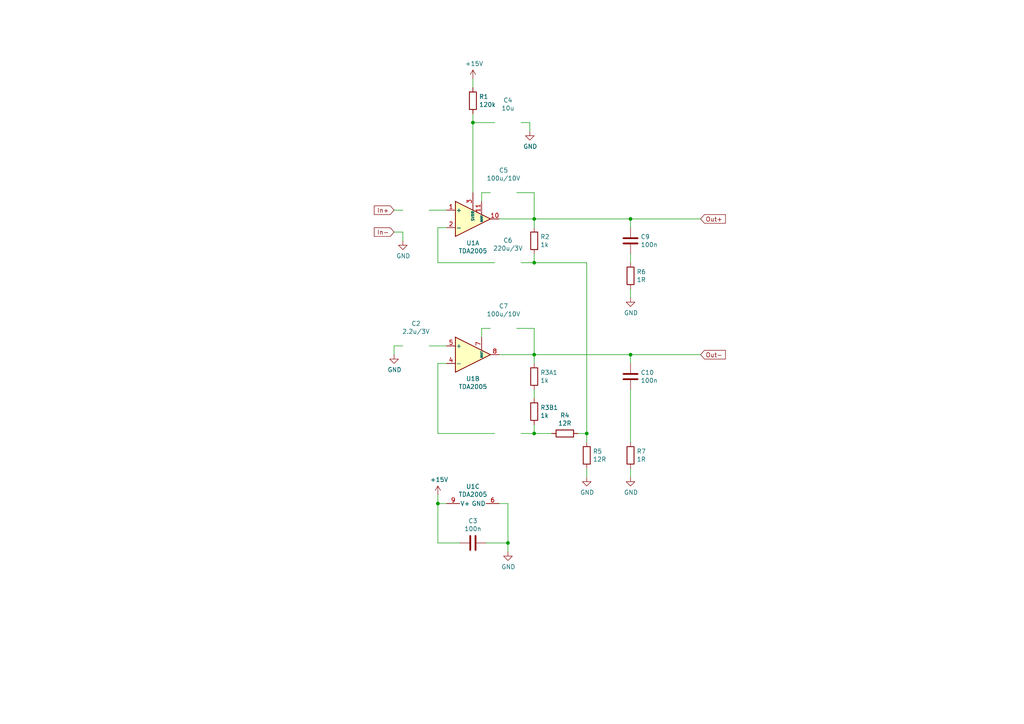
<source format=kicad_sch>
(kicad_sch (version 20211123) (generator eeschema)
  (paper "A4")
  (lib_symbols
    (symbol "Amplifier_Audio:TDA2005" (pin_names (offset 0.127))
      (property "Reference" "U" (at 7.62 6.35 0))
      (property "Value" "TDA2005" (at 7.62 3.81 0))
      (symbol "TDA2005_1_1"
        (polyline (pts (xy -5.08 5.08) (xy 5.08 0) (xy -5.08 -5.08) (xy -5.08 5.08)) (stroke (width 0.254)) (fill (type background)))
        (pin input line (at -7.62 2.54 0) (length 2.54) (name "+") (number "1"))
        (pin output line (at 7.62 0 180) (length 2.54) (name "~") (number "10"))
        (pin passive line (at 2.54 5.08 270) (length 3.81) (name "BOOT") (number "11"))
        (pin input line (at -7.62 -2.54 0) (length 2.54) (name "-") (number "2"))
        (pin passive line (at 0 7.62 270) (length 5.08) (name "SVRR") (number "3"))
      )
      (symbol "TDA2005_2_1"
        (polyline (pts (xy -5.08 5.08) (xy 5.08 0) (xy -5.08 -5.08) (xy -5.08 5.08)) (stroke (width 0.254)) (fill (type background)))
        (pin input line (at -7.62 -2.54 0) (length 2.54) (name "-") (number "4"))
        (pin input line (at -7.62 2.54 0) (length 2.54) (name "+") (number "5"))
        (pin passive line (at 2.54 5.08 270) (length 3.81) (name "BOOT") (number "7"))
        (pin output line (at 7.62 0 180) (length 2.54) (name "~") (number "8"))
      )
      (symbol "TDA2005_3_1"
        (pin power_in line (at -2.54 -7.62 90) (length 3.81) (name "GND") (number "6"))
        (pin power_in line (at -2.54 7.62 270) (length 3.81) (name "V+") (number "9"))
      )
    )
    (symbol "Device:C" (pin_numbers hide) (pin_names (offset 0.254))
      (property "Reference" "C" (at 0.635 2.54 0))
      (property "Value" "C" (at 0.635 -2.54 0))
      (symbol "C_0_1"
        (polyline (pts (xy -2.032 -0.762) (xy 2.032 -0.762)) (stroke (width 0.508)))
        (polyline (pts (xy -2.032 0.762) (xy 2.032 0.762)) (stroke (width 0.508)))
      )
      (symbol "C_1_1"
        (pin passive line (at 0 3.81 270) (length 2.794) (name "~") (number "1"))
        (pin passive line (at 0 -3.81 90) (length 2.794) (name "~") (number "2"))
      )
    )
    (symbol "Device:R" (pin_numbers hide) (pin_names (offset 0))
      (property "Reference" "R" (at 2.032 0 90))
      (property "Value" "R" (at 0 0 90))
      (symbol "R_0_1"
        (rectangle (start -1.016 -2.54) (end 1.016 2.54) (stroke (width 0.254)))
      )
      (symbol "R_1_1"
        (pin passive line (at 0 3.81 270) (length 1.27) (name "~") (number "1"))
        (pin passive line (at 0 -3.81 90) (length 1.27) (name "~") (number "2"))
      )
    )
    (symbol "power:+15V" (power) (pin_names (offset 0))
      (property "Value" "+15V" (at 0 3.556 0))
      (symbol "+15V_0_1"
        (polyline (pts (xy -0.762 1.27) (xy 0 2.54)))
        (polyline (pts (xy 0 0) (xy 0 2.54)))
        (polyline (pts (xy 0 2.54) (xy 0.762 1.27)))
      )
      (symbol "+15V_1_1"
        (pin power_in line (at 0 0 90) (length 0) hide (name "+15V") (number "1"))
      )
    )
    (symbol "power:GND" (power) (pin_names (offset 0))
      (property "Value" "GND" (at 0 -3.81 0))
      (symbol "GND_0_1"
        (polyline (pts (xy 0 0) (xy 0 -1.27) (xy 1.27 -1.27) (xy 0 -2.54) (xy -1.27 -1.27) (xy 0 -1.27)))
      )
      (symbol "GND_1_1"
        (pin power_in line (at 0 0 270) (length 0) hide (name "GND") (number "1"))
      )
    )
  )
  (junction (at 147.32 157.48))
  (junction (at 170.18 125.73))
  (junction (at 154.94 76.2))
  (junction (at 154.94 102.87))
  (junction (at 127 146.05))
  (junction (at 182.88 102.87))
  (junction (at 154.94 125.73))
  (junction (at 137.16 35.56))
  (junction (at 154.94 63.5))
  (junction (at 182.88 63.5))
  (wire (pts (xy 170.18 138.43) (xy 170.18 135.89)))
  (wire (pts (xy 147.32 157.48) (xy 147.32 160.02)))
  (wire (pts (xy 127 125.73) (xy 127 105.41)))
  (wire (pts (xy 182.88 63.5) (xy 203.2 63.5)))
  (wire (pts (xy 114.3 100.33) (xy 114.3 102.87)))
  (wire (pts (xy 182.88 76.2) (xy 182.88 73.66)))
  (wire (pts (xy 154.94 63.5) (xy 144.78 63.5)))
  (wire (pts (xy 182.88 138.43) (xy 182.88 135.89)))
  (wire (pts (xy 144.78 146.05) (xy 147.32 146.05)))
  (wire (pts (xy 139.7 95.25) (xy 139.7 97.79)))
  (wire (pts (xy 182.88 102.87) (xy 203.2 102.87)))
  (wire (pts (xy 154.94 66.04) (xy 154.94 63.5)))
  (wire (pts (xy 129.54 146.05) (xy 127 146.05)))
  (wire (pts (xy 154.94 125.73) (xy 160.02 125.73)))
  (wire (pts (xy 154.94 76.2) (xy 170.18 76.2)))
  (wire (pts (xy 142.24 55.88) (xy 139.7 55.88)))
  (wire (pts (xy 114.3 67.31) (xy 116.84 67.31)))
  (wire (pts (xy 154.94 102.87) (xy 154.94 105.41)))
  (wire (pts (xy 154.94 115.57) (xy 154.94 113.03)))
  (wire (pts (xy 127 146.05) (xy 127 157.48)))
  (wire (pts (xy 147.32 146.05) (xy 147.32 157.48)))
  (wire (pts (xy 129.54 66.04) (xy 127 66.04)))
  (wire (pts (xy 170.18 128.27) (xy 170.18 125.73)))
  (wire (pts (xy 151.13 125.73) (xy 154.94 125.73)))
  (wire (pts (xy 129.54 60.96) (xy 124.46 60.96)))
  (wire (pts (xy 154.94 55.88) (xy 154.94 63.5)))
  (wire (pts (xy 127 146.05) (xy 127 143.51)))
  (wire (pts (xy 139.7 55.88) (xy 139.7 58.42)))
  (wire (pts (xy 154.94 102.87) (xy 182.88 102.87)))
  (wire (pts (xy 154.94 102.87) (xy 144.78 102.87)))
  (wire (pts (xy 182.88 128.27) (xy 182.88 113.03)))
  (wire (pts (xy 153.67 35.56) (xy 153.67 38.1)))
  (wire (pts (xy 127 66.04) (xy 127 76.2)))
  (wire (pts (xy 127 157.48) (xy 133.35 157.48)))
  (wire (pts (xy 137.16 33.02) (xy 137.16 35.56)))
  (wire (pts (xy 137.16 35.56) (xy 137.16 55.88)))
  (wire (pts (xy 182.88 86.36) (xy 182.88 83.82)))
  (wire (pts (xy 170.18 125.73) (xy 167.64 125.73)))
  (wire (pts (xy 170.18 76.2) (xy 170.18 125.73)))
  (wire (pts (xy 154.94 76.2) (xy 154.94 73.66)))
  (wire (pts (xy 143.51 35.56) (xy 137.16 35.56)))
  (wire (pts (xy 182.88 105.41) (xy 182.88 102.87)))
  (wire (pts (xy 151.13 76.2) (xy 154.94 76.2)))
  (wire (pts (xy 182.88 66.04) (xy 182.88 63.5)))
  (wire (pts (xy 151.13 35.56) (xy 153.67 35.56)))
  (wire (pts (xy 154.94 123.19) (xy 154.94 125.73)))
  (wire (pts (xy 143.51 125.73) (xy 127 125.73)))
  (wire (pts (xy 137.16 25.4) (xy 137.16 22.86)))
  (wire (pts (xy 127 105.41) (xy 129.54 105.41)))
  (wire (pts (xy 129.54 100.33) (xy 124.46 100.33)))
  (wire (pts (xy 149.86 95.25) (xy 154.94 95.25)))
  (wire (pts (xy 142.24 95.25) (xy 139.7 95.25)))
  (wire (pts (xy 147.32 157.48) (xy 140.97 157.48)))
  (wire (pts (xy 154.94 95.25) (xy 154.94 102.87)))
  (wire (pts (xy 127 76.2) (xy 143.51 76.2)))
  (wire (pts (xy 182.88 63.5) (xy 154.94 63.5)))
  (wire (pts (xy 116.84 60.96) (xy 114.3 60.96)))
  (wire (pts (xy 149.86 55.88) (xy 154.94 55.88)))
  (wire (pts (xy 116.84 100.33) (xy 114.3 100.33)))
  (wire (pts (xy 116.84 67.31) (xy 116.84 69.85)))
  (global_label "In+" (shape input) (at 114.3 60.96 180) (property "Intersheet References" "${INTERSHEET_REFS}" (effects hide)))
  (global_label "Out-" (shape input) (at 203.2 102.87 0) (property "Intersheet References" "${INTERSHEET_REFS}" (effects hide)))
  (global_label "Out+" (shape input) (at 203.2 63.5 0) (property "Intersheet References" "${INTERSHEET_REFS}" (effects hide)))
  (global_label "In-" (shape input) (at 114.3 67.31 180) (property "Intersheet References" "${INTERSHEET_REFS}" (effects hide)))
  (symbol (lib_id "Amplifier_Audio:TDA2005") (at 137.16 63.5 0) (unit 1)
    (property "Reference" "U1" (at 137.16 70.485 0))
    (property "Value" "TDA2005" (at 137.16 72.7964 0))
    (property "Footprint" "Package_TO_SOT_THT:TO-220-11_P3.4x5.08mm_StaggerOdd_Lead4.85mm_Vertical" (effects hide))
    (property "Datasheet" "EK#40352105" (effects hide))
  )
  (symbol (lib_id "Amplifier_Audio:TDA2005") (at 137.16 102.87 0) (unit 2)
    (property "Reference" "U1" (at 137.16 109.855 0))
    (property "Value" "TDA2005" (at 137.16 112.1664 0))
    (property "Footprint" "Package_TO_SOT_THT:TO-220-11_P3.4x5.08mm_StaggerOdd_Lead4.85mm_Vertical" (effects hide))
    (property "Datasheet" "EK#40352105" (effects hide))
  )
  (symbol (lib_id "Amplifier_Audio:TDA2005") (at 137.16 143.51 90) (unit 3)
    (property "Reference" "U1" (at 137.16 141.097 90))
    (property "Value" "TDA2005" (at 137.16 143.4084 90))
    (property "Footprint" "Package_TO_SOT_THT:TO-220-11_P3.4x5.08mm_StaggerOdd_Lead4.85mm_Vertical" (effects hide))
    (property "Datasheet" "EK#40352105" (effects hide))
  )
  (symbol (lib_id "Device:CP") (at 120.65 60.96 270) (unit 1)
    (property "Reference" "C1" (at 120.65 54.483 90))
    (property "Value" "2.2u/3V" (at 120.65 56.7944 90))
    (property "Footprint" "My_Misc:CP_Radial_D5.0mm_P2.00mm_larger" (effects hide))
    (property "Datasheet" "EK#40520012" (effects hide))
  )
  (symbol (lib_id "Device:CP") (at 120.65 100.33 270) (unit 1)
    (property "Reference" "C2" (at 120.65 93.853 90))
    (property "Value" "2.2u/3V" (at 120.65 96.1644 90))
    (property "Footprint" "My_Misc:CP_Radial_D5.0mm_P2.00mm_larger" (effects hide))
    (property "Datasheet" "EK#40520012" (effects hide))
  )
  (symbol (lib_id "power:GND") (at 114.3 102.87 0) (unit 1)
    (property "Reference" "#PWR0101" (effects hide))
    (property "Value" "GND" (at 114.427 107.2642 0))
  )
  (symbol (lib_id "power:+15V") (at 127 143.51 0) (unit 1)
    (property "Reference" "#PWR0102" (effects hide))
    (property "Value" "+15V" (at 127.381 139.1158 0))
  )
  (symbol (lib_id "Device:C") (at 137.16 157.48 270) (unit 1)
    (property "Reference" "C3" (at 137.16 151.0792 90))
    (property "Value" "100n" (at 137.16 153.3906 90))
    (property "Footprint" "My_Misc:C_Disc_D7.5mm_W2.5mm_P5.00mm_larger" (effects hide))
    (property "Datasheet" "EK#40512510" (effects hide))
  )
  (symbol (lib_id "power:GND") (at 147.32 160.02 0) (unit 1)
    (property "Reference" "#PWR0103" (effects hide))
    (property "Value" "GND" (at 147.447 164.4142 0))
  )
  (symbol (lib_id "Device:R") (at 137.16 29.21 0) (unit 1)
    (property "Reference" "R1" (at 138.938 28.0416 0) (effects (justify left)))
    (property "Value" "120k" (at 138.938 30.353 0) (effects (justify left)))
    (property "Footprint" "My_Misc:R_Axial_DIN0414_L11.9mm_D4.5mm_P15.24mm_Horizontal_larger" (effects hide))
    (property "Datasheet" "EK#40812049" (effects hide))
  )
  (symbol (lib_id "power:+15V") (at 137.16 22.86 0) (unit 1)
    (property "Reference" "#PWR0104" (effects hide))
    (property "Value" "+15V" (at 137.541 18.4658 0))
  )
  (symbol (lib_id "Device:CP") (at 147.32 35.56 90) (unit 1)
    (property "Reference" "C4" (at 147.32 29.083 90))
    (property "Value" "10u" (at 147.32 31.3944 90))
    (property "Footprint" "My_Misc:CP_Radial_D5.0mm_P2.00mm_larger" (effects hide))
    (property "Datasheet" "EK#40520003" (effects hide))
  )
  (symbol (lib_id "power:GND") (at 153.67 38.1 0) (unit 1)
    (property "Reference" "#PWR0105" (effects hide))
    (property "Value" "GND" (at 153.797 42.4942 0))
  )
  (symbol (lib_id "Device:CP") (at 146.05 55.88 90) (unit 1)
    (property "Reference" "C5" (at 146.05 49.403 90))
    (property "Value" "100u/10V" (at 146.05 51.7144 90))
    (property "Footprint" "My_Misc:CP_Radial_D6.3mm_P2.50mm_large" (effects hide))
    (property "Datasheet" "EK#40520007" (effects hide))
  )
  (symbol (lib_id "Device:CP") (at 146.05 95.25 90) (unit 1)
    (property "Reference" "C7" (at 146.05 88.773 90))
    (property "Value" "100u/10V" (at 146.05 91.0844 90))
    (property "Footprint" "My_Misc:CP_Radial_D6.3mm_P2.50mm_large" (effects hide))
    (property "Datasheet" "EK#40520007" (effects hide))
  )
  (symbol (lib_id "Device:R") (at 154.94 69.85 0) (unit 1)
    (property "Reference" "R2" (at 156.718 68.6816 0) (effects (justify left)))
    (property "Value" "1k" (at 156.718 70.993 0) (effects (justify left)))
    (property "Footprint" "My_Misc:R_Axial_DIN0414_L11.9mm_D4.5mm_P15.24mm_Horizontal_larger" (effects hide))
    (property "Datasheet" "EK#40812024" (effects hide))
  )
  (symbol (lib_id "Device:CP") (at 147.32 76.2 270) (unit 1)
    (property "Reference" "C6" (at 147.32 69.723 90))
    (property "Value" "220u/3V" (at 147.32 72.0344 90))
    (property "Footprint" "My_Misc:CP_Radial_D6.3mm_P2.50mm_large" (effects hide))
    (property "Datasheet" "EK#40520018" (effects hide))
  )
  (symbol (lib_id "Device:R") (at 154.94 109.22 0) (unit 1)
    (property "Reference" "R3A1" (at 156.718 108.0516 0) (effects (justify left)))
    (property "Value" "1k" (at 156.718 110.363 0) (effects (justify left)))
    (property "Footprint" "My_Misc:R_Axial_DIN0414_L11.9mm_D4.5mm_P15.24mm_Horizontal_larger" (effects hide))
    (property "Datasheet" "EK#40812024" (effects hide))
  )
  (symbol (lib_id "Device:CP") (at 147.32 125.73 270) (unit 1)
    (property "Reference" "C8" (at 147.32 119.253 90))
    (property "Value" "220u/3V" (at 147.32 121.5644 90))
    (property "Footprint" "My_Misc:CP_Radial_D6.3mm_P2.50mm_large" (effects hide))
    (property "Datasheet" "EK#40520018" (effects hide))
  )
  (symbol (lib_id "Device:R") (at 163.83 125.73 270) (unit 1)
    (property "Reference" "R4" (at 163.83 120.4722 90))
    (property "Value" "12R" (at 163.83 122.7836 90))
    (property "Footprint" "My_Misc:R_Axial_DIN0414_L11.9mm_D4.5mm_P15.24mm_Horizontal_larger" (effects hide))
    (property "Datasheet" "EK#40812001" (effects hide))
  )
  (symbol (lib_id "Device:R") (at 170.18 132.08 0) (unit 1)
    (property "Reference" "R5" (at 171.958 130.9116 0) (effects (justify left)))
    (property "Value" "12R" (at 171.958 133.223 0) (effects (justify left)))
    (property "Footprint" "My_Misc:R_Axial_DIN0414_L11.9mm_D4.5mm_P15.24mm_Horizontal_larger" (effects hide))
    (property "Datasheet" "EK#40812001" (effects hide))
  )
  (symbol (lib_id "power:GND") (at 170.18 138.43 0) (unit 1)
    (property "Reference" "#PWR0106" (effects hide))
    (property "Value" "GND" (at 170.307 142.8242 0))
  )
  (symbol (lib_id "Device:C") (at 182.88 69.85 0) (unit 1)
    (property "Reference" "C9" (at 185.801 68.6816 0) (effects (justify left)))
    (property "Value" "100n" (at 185.801 70.993 0) (effects (justify left)))
    (property "Footprint" "My_Misc:C_Disc_D7.5mm_W2.5mm_P5.00mm_larger" (effects hide))
    (property "Datasheet" "EK#40512510" (effects hide))
  )
  (symbol (lib_id "Device:R") (at 182.88 80.01 0) (unit 1)
    (property "Reference" "R6" (at 184.658 78.8416 0) (effects (justify left)))
    (property "Value" "1R" (at 184.658 81.153 0) (effects (justify left)))
    (property "Footprint" "My_Misc:R_Axial_DIN0414_L11.9mm_D4.5mm_P15.24mm_Horizontal_larger" (effects hide))
    (property "Datasheet" "EK#40812080" (effects hide))
  )
  (symbol (lib_id "power:GND") (at 182.88 86.36 0) (unit 1)
    (property "Reference" "#PWR0107" (effects hide))
    (property "Value" "GND" (at 183.007 90.7542 0))
  )
  (symbol (lib_id "Device:C") (at 182.88 109.22 0) (unit 1)
    (property "Reference" "C10" (at 185.801 108.0516 0) (effects (justify left)))
    (property "Value" "100n" (at 185.801 110.363 0) (effects (justify left)))
    (property "Footprint" "My_Misc:C_Disc_D7.5mm_W2.5mm_P5.00mm_larger" (effects hide))
    (property "Datasheet" "EK#40512510" (effects hide))
  )
  (symbol (lib_id "Device:R") (at 182.88 132.08 0) (unit 1)
    (property "Reference" "R7" (at 184.658 130.9116 0) (effects (justify left)))
    (property "Value" "1R" (at 184.658 133.223 0) (effects (justify left)))
    (property "Footprint" "My_Misc:R_Axial_DIN0414_L11.9mm_D4.5mm_P15.24mm_Horizontal_larger" (effects hide))
    (property "Datasheet" "EK#40812080" (effects hide))
  )
  (symbol (lib_id "power:GND") (at 182.88 138.43 0) (unit 1)
    (property "Reference" "#PWR0108" (effects hide))
    (property "Value" "GND" (at 183.007 142.8242 0))
  )
  (symbol (lib_id "power:GND") (at 116.84 69.85 0) (unit 1)
    (property "Reference" "#PWR0109" (effects hide))
    (property "Value" "GND" (at 116.967 74.2442 0))
  )
  (symbol (lib_id "Device:R") (at 154.94 119.38 0) (unit 1)
    (property "Reference" "R3B1" (at 156.718 118.2116 0) (effects (justify left)))
    (property "Value" "1k" (at 156.718 120.523 0) (effects (justify left)))
    (property "Footprint" "My_Misc:R_Axial_DIN0414_L11.9mm_D4.5mm_P15.24mm_Horizontal_larger" (effects hide))
    (property "Datasheet" "EK#40812024" (effects hide))
  )
)
</source>
